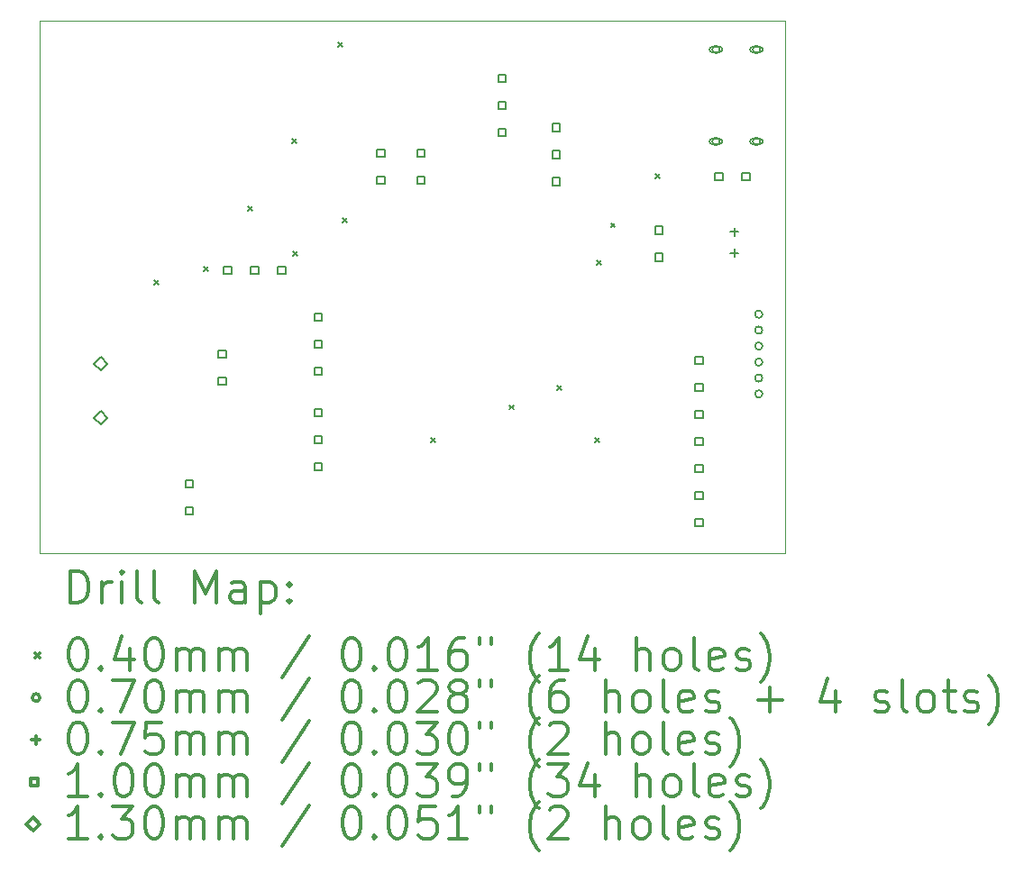
<source format=gbr>
%FSLAX45Y45*%
G04 Gerber Fmt 4.5, Leading zero omitted, Abs format (unit mm)*
G04 Created by KiCad (PCBNEW (5.1.5-0)) date 2022-02-20 15:53:13*
%MOMM*%
%LPD*%
G04 APERTURE LIST*
%TA.AperFunction,Profile*%
%ADD10C,0.050000*%
%TD*%
%ADD11C,0.200000*%
%ADD12C,0.300000*%
G04 APERTURE END LIST*
D10*
X11000000Y-10000000D02*
X11000000Y-5000000D01*
X18000000Y-10000000D02*
X11000000Y-10000000D01*
X18000000Y-5000000D02*
X18000000Y-10000000D01*
X11000000Y-5000000D02*
X18000000Y-5000000D01*
D11*
X12070000Y-7440000D02*
X12110000Y-7480000D01*
X12110000Y-7440000D02*
X12070000Y-7480000D01*
X12540000Y-7310000D02*
X12580000Y-7350000D01*
X12580000Y-7310000D02*
X12540000Y-7350000D01*
X12950000Y-6740000D02*
X12990000Y-6780000D01*
X12990000Y-6740000D02*
X12950000Y-6780000D01*
X13370000Y-6110000D02*
X13410000Y-6150000D01*
X13410000Y-6110000D02*
X13370000Y-6150000D01*
X13375015Y-7165015D02*
X13415015Y-7205015D01*
X13415015Y-7165015D02*
X13375015Y-7205015D01*
X13800000Y-5200000D02*
X13840000Y-5240000D01*
X13840000Y-5200000D02*
X13800000Y-5240000D01*
X13840000Y-6850000D02*
X13880000Y-6890000D01*
X13880000Y-6850000D02*
X13840000Y-6890000D01*
X14670000Y-8920000D02*
X14710000Y-8960000D01*
X14710000Y-8920000D02*
X14670000Y-8960000D01*
X15410000Y-8610000D02*
X15450000Y-8650000D01*
X15450000Y-8610000D02*
X15410000Y-8650000D01*
X15860000Y-8430000D02*
X15900000Y-8470000D01*
X15900000Y-8430000D02*
X15860000Y-8470000D01*
X16210000Y-8920000D02*
X16250000Y-8960000D01*
X16250000Y-8920000D02*
X16210000Y-8960000D01*
X16230000Y-7250000D02*
X16270000Y-7290000D01*
X16270000Y-7250000D02*
X16230000Y-7290000D01*
X16360000Y-6900000D02*
X16400000Y-6940000D01*
X16400000Y-6900000D02*
X16360000Y-6940000D01*
X16780000Y-6440000D02*
X16820000Y-6480000D01*
X16820000Y-6440000D02*
X16780000Y-6480000D01*
X17382500Y-5268000D02*
G75*
G03X17382500Y-5268000I-35000J0D01*
G01*
X17312450Y-5293000D02*
X17382550Y-5293000D01*
X17312450Y-5243000D02*
X17382550Y-5243000D01*
X17382550Y-5293000D02*
G75*
G03X17382550Y-5243000I0J25000D01*
G01*
X17312450Y-5243000D02*
G75*
G03X17312450Y-5293000I0J-25000D01*
G01*
X17382500Y-6132000D02*
G75*
G03X17382500Y-6132000I-35000J0D01*
G01*
X17312450Y-6157000D02*
X17382550Y-6157000D01*
X17312450Y-6107000D02*
X17382550Y-6107000D01*
X17382550Y-6157000D02*
G75*
G03X17382550Y-6107000I0J25000D01*
G01*
X17312450Y-6107000D02*
G75*
G03X17312450Y-6157000I0J-25000D01*
G01*
X17762500Y-5268000D02*
G75*
G03X17762500Y-5268000I-35000J0D01*
G01*
X17692450Y-5293000D02*
X17762550Y-5293000D01*
X17692450Y-5243000D02*
X17762550Y-5243000D01*
X17762550Y-5293000D02*
G75*
G03X17762550Y-5243000I0J25000D01*
G01*
X17692450Y-5243000D02*
G75*
G03X17692450Y-5293000I0J-25000D01*
G01*
X17762500Y-6132000D02*
G75*
G03X17762500Y-6132000I-35000J0D01*
G01*
X17692450Y-6157000D02*
X17762550Y-6157000D01*
X17692450Y-6107000D02*
X17762550Y-6107000D01*
X17762550Y-6157000D02*
G75*
G03X17762550Y-6107000I0J25000D01*
G01*
X17692450Y-6107000D02*
G75*
G03X17692450Y-6157000I0J-25000D01*
G01*
X17785000Y-7755000D02*
G75*
G03X17785000Y-7755000I-35000J0D01*
G01*
X17785000Y-7905000D02*
G75*
G03X17785000Y-7905000I-35000J0D01*
G01*
X17785000Y-8055000D02*
G75*
G03X17785000Y-8055000I-35000J0D01*
G01*
X17785000Y-8205000D02*
G75*
G03X17785000Y-8205000I-35000J0D01*
G01*
X17785000Y-8355000D02*
G75*
G03X17785000Y-8355000I-35000J0D01*
G01*
X17785000Y-8505000D02*
G75*
G03X17785000Y-8505000I-35000J0D01*
G01*
X17520000Y-6942500D02*
X17520000Y-7017500D01*
X17482500Y-6980000D02*
X17557500Y-6980000D01*
X17520000Y-7142500D02*
X17520000Y-7217500D01*
X17482500Y-7180000D02*
X17557500Y-7180000D01*
X13645356Y-7817356D02*
X13645356Y-7746644D01*
X13574644Y-7746644D01*
X13574644Y-7817356D01*
X13645356Y-7817356D01*
X13645356Y-8071356D02*
X13645356Y-8000644D01*
X13574644Y-8000644D01*
X13574644Y-8071356D01*
X13645356Y-8071356D01*
X13645356Y-8325356D02*
X13645356Y-8254644D01*
X13574644Y-8254644D01*
X13574644Y-8325356D01*
X13645356Y-8325356D01*
X14615356Y-6275356D02*
X14615356Y-6204644D01*
X14544644Y-6204644D01*
X14544644Y-6275356D01*
X14615356Y-6275356D01*
X14615356Y-6529356D02*
X14615356Y-6458644D01*
X14544644Y-6458644D01*
X14544644Y-6529356D01*
X14615356Y-6529356D01*
X16845356Y-7001356D02*
X16845356Y-6930644D01*
X16774644Y-6930644D01*
X16774644Y-7001356D01*
X16845356Y-7001356D01*
X16845356Y-7255356D02*
X16845356Y-7184644D01*
X16774644Y-7184644D01*
X16774644Y-7255356D01*
X16845356Y-7255356D01*
X17225356Y-8225356D02*
X17225356Y-8154644D01*
X17154644Y-8154644D01*
X17154644Y-8225356D01*
X17225356Y-8225356D01*
X17225356Y-8479356D02*
X17225356Y-8408644D01*
X17154644Y-8408644D01*
X17154644Y-8479356D01*
X17225356Y-8479356D01*
X17225356Y-8733356D02*
X17225356Y-8662644D01*
X17154644Y-8662644D01*
X17154644Y-8733356D01*
X17225356Y-8733356D01*
X17225356Y-8987356D02*
X17225356Y-8916644D01*
X17154644Y-8916644D01*
X17154644Y-8987356D01*
X17225356Y-8987356D01*
X17225356Y-9241356D02*
X17225356Y-9170644D01*
X17154644Y-9170644D01*
X17154644Y-9241356D01*
X17225356Y-9241356D01*
X17225356Y-9495356D02*
X17225356Y-9424644D01*
X17154644Y-9424644D01*
X17154644Y-9495356D01*
X17225356Y-9495356D01*
X17225356Y-9749356D02*
X17225356Y-9678644D01*
X17154644Y-9678644D01*
X17154644Y-9749356D01*
X17225356Y-9749356D01*
X15375356Y-5575356D02*
X15375356Y-5504644D01*
X15304644Y-5504644D01*
X15304644Y-5575356D01*
X15375356Y-5575356D01*
X15375356Y-5829356D02*
X15375356Y-5758644D01*
X15304644Y-5758644D01*
X15304644Y-5829356D01*
X15375356Y-5829356D01*
X15375356Y-6083356D02*
X15375356Y-6012644D01*
X15304644Y-6012644D01*
X15304644Y-6083356D01*
X15375356Y-6083356D01*
X13645356Y-8715356D02*
X13645356Y-8644644D01*
X13574644Y-8644644D01*
X13574644Y-8715356D01*
X13645356Y-8715356D01*
X13645356Y-8969356D02*
X13645356Y-8898644D01*
X13574644Y-8898644D01*
X13574644Y-8969356D01*
X13645356Y-8969356D01*
X13645356Y-9223356D02*
X13645356Y-9152644D01*
X13574644Y-9152644D01*
X13574644Y-9223356D01*
X13645356Y-9223356D01*
X17411356Y-6495356D02*
X17411356Y-6424644D01*
X17340644Y-6424644D01*
X17340644Y-6495356D01*
X17411356Y-6495356D01*
X17665356Y-6495356D02*
X17665356Y-6424644D01*
X17594644Y-6424644D01*
X17594644Y-6495356D01*
X17665356Y-6495356D01*
X15885356Y-6035356D02*
X15885356Y-5964644D01*
X15814644Y-5964644D01*
X15814644Y-6035356D01*
X15885356Y-6035356D01*
X15885356Y-6289356D02*
X15885356Y-6218644D01*
X15814644Y-6218644D01*
X15814644Y-6289356D01*
X15885356Y-6289356D01*
X15885356Y-6543356D02*
X15885356Y-6472644D01*
X15814644Y-6472644D01*
X15814644Y-6543356D01*
X15885356Y-6543356D01*
X14235356Y-6275356D02*
X14235356Y-6204644D01*
X14164644Y-6204644D01*
X14164644Y-6275356D01*
X14235356Y-6275356D01*
X14235356Y-6529356D02*
X14235356Y-6458644D01*
X14164644Y-6458644D01*
X14164644Y-6529356D01*
X14235356Y-6529356D01*
X12435356Y-9385356D02*
X12435356Y-9314644D01*
X12364644Y-9314644D01*
X12364644Y-9385356D01*
X12435356Y-9385356D01*
X12435356Y-9639356D02*
X12435356Y-9568644D01*
X12364644Y-9568644D01*
X12364644Y-9639356D01*
X12435356Y-9639356D01*
X12795356Y-7375356D02*
X12795356Y-7304644D01*
X12724644Y-7304644D01*
X12724644Y-7375356D01*
X12795356Y-7375356D01*
X13049356Y-7375356D02*
X13049356Y-7304644D01*
X12978644Y-7304644D01*
X12978644Y-7375356D01*
X13049356Y-7375356D01*
X13303356Y-7375356D02*
X13303356Y-7304644D01*
X13232644Y-7304644D01*
X13232644Y-7375356D01*
X13303356Y-7375356D01*
X12745356Y-8165356D02*
X12745356Y-8094644D01*
X12674644Y-8094644D01*
X12674644Y-8165356D01*
X12745356Y-8165356D01*
X12745356Y-8419356D02*
X12745356Y-8348644D01*
X12674644Y-8348644D01*
X12674644Y-8419356D01*
X12745356Y-8419356D01*
X11570000Y-8285000D02*
X11635000Y-8220000D01*
X11570000Y-8155000D01*
X11505000Y-8220000D01*
X11570000Y-8285000D01*
X11570000Y-8793000D02*
X11635000Y-8728000D01*
X11570000Y-8663000D01*
X11505000Y-8728000D01*
X11570000Y-8793000D01*
D12*
X11283928Y-10468214D02*
X11283928Y-10168214D01*
X11355357Y-10168214D01*
X11398214Y-10182500D01*
X11426786Y-10211072D01*
X11441071Y-10239643D01*
X11455357Y-10296786D01*
X11455357Y-10339643D01*
X11441071Y-10396786D01*
X11426786Y-10425357D01*
X11398214Y-10453929D01*
X11355357Y-10468214D01*
X11283928Y-10468214D01*
X11583928Y-10468214D02*
X11583928Y-10268214D01*
X11583928Y-10325357D02*
X11598214Y-10296786D01*
X11612500Y-10282500D01*
X11641071Y-10268214D01*
X11669643Y-10268214D01*
X11769643Y-10468214D02*
X11769643Y-10268214D01*
X11769643Y-10168214D02*
X11755357Y-10182500D01*
X11769643Y-10196786D01*
X11783928Y-10182500D01*
X11769643Y-10168214D01*
X11769643Y-10196786D01*
X11955357Y-10468214D02*
X11926786Y-10453929D01*
X11912500Y-10425357D01*
X11912500Y-10168214D01*
X12112500Y-10468214D02*
X12083928Y-10453929D01*
X12069643Y-10425357D01*
X12069643Y-10168214D01*
X12455357Y-10468214D02*
X12455357Y-10168214D01*
X12555357Y-10382500D01*
X12655357Y-10168214D01*
X12655357Y-10468214D01*
X12926786Y-10468214D02*
X12926786Y-10311072D01*
X12912500Y-10282500D01*
X12883928Y-10268214D01*
X12826786Y-10268214D01*
X12798214Y-10282500D01*
X12926786Y-10453929D02*
X12898214Y-10468214D01*
X12826786Y-10468214D01*
X12798214Y-10453929D01*
X12783928Y-10425357D01*
X12783928Y-10396786D01*
X12798214Y-10368214D01*
X12826786Y-10353929D01*
X12898214Y-10353929D01*
X12926786Y-10339643D01*
X13069643Y-10268214D02*
X13069643Y-10568214D01*
X13069643Y-10282500D02*
X13098214Y-10268214D01*
X13155357Y-10268214D01*
X13183928Y-10282500D01*
X13198214Y-10296786D01*
X13212500Y-10325357D01*
X13212500Y-10411072D01*
X13198214Y-10439643D01*
X13183928Y-10453929D01*
X13155357Y-10468214D01*
X13098214Y-10468214D01*
X13069643Y-10453929D01*
X13341071Y-10439643D02*
X13355357Y-10453929D01*
X13341071Y-10468214D01*
X13326786Y-10453929D01*
X13341071Y-10439643D01*
X13341071Y-10468214D01*
X13341071Y-10282500D02*
X13355357Y-10296786D01*
X13341071Y-10311072D01*
X13326786Y-10296786D01*
X13341071Y-10282500D01*
X13341071Y-10311072D01*
X10957500Y-10942500D02*
X10997500Y-10982500D01*
X10997500Y-10942500D02*
X10957500Y-10982500D01*
X11341071Y-10798214D02*
X11369643Y-10798214D01*
X11398214Y-10812500D01*
X11412500Y-10826786D01*
X11426786Y-10855357D01*
X11441071Y-10912500D01*
X11441071Y-10983929D01*
X11426786Y-11041072D01*
X11412500Y-11069643D01*
X11398214Y-11083929D01*
X11369643Y-11098214D01*
X11341071Y-11098214D01*
X11312500Y-11083929D01*
X11298214Y-11069643D01*
X11283928Y-11041072D01*
X11269643Y-10983929D01*
X11269643Y-10912500D01*
X11283928Y-10855357D01*
X11298214Y-10826786D01*
X11312500Y-10812500D01*
X11341071Y-10798214D01*
X11569643Y-11069643D02*
X11583928Y-11083929D01*
X11569643Y-11098214D01*
X11555357Y-11083929D01*
X11569643Y-11069643D01*
X11569643Y-11098214D01*
X11841071Y-10898214D02*
X11841071Y-11098214D01*
X11769643Y-10783929D02*
X11698214Y-10998214D01*
X11883928Y-10998214D01*
X12055357Y-10798214D02*
X12083928Y-10798214D01*
X12112500Y-10812500D01*
X12126786Y-10826786D01*
X12141071Y-10855357D01*
X12155357Y-10912500D01*
X12155357Y-10983929D01*
X12141071Y-11041072D01*
X12126786Y-11069643D01*
X12112500Y-11083929D01*
X12083928Y-11098214D01*
X12055357Y-11098214D01*
X12026786Y-11083929D01*
X12012500Y-11069643D01*
X11998214Y-11041072D01*
X11983928Y-10983929D01*
X11983928Y-10912500D01*
X11998214Y-10855357D01*
X12012500Y-10826786D01*
X12026786Y-10812500D01*
X12055357Y-10798214D01*
X12283928Y-11098214D02*
X12283928Y-10898214D01*
X12283928Y-10926786D02*
X12298214Y-10912500D01*
X12326786Y-10898214D01*
X12369643Y-10898214D01*
X12398214Y-10912500D01*
X12412500Y-10941072D01*
X12412500Y-11098214D01*
X12412500Y-10941072D02*
X12426786Y-10912500D01*
X12455357Y-10898214D01*
X12498214Y-10898214D01*
X12526786Y-10912500D01*
X12541071Y-10941072D01*
X12541071Y-11098214D01*
X12683928Y-11098214D02*
X12683928Y-10898214D01*
X12683928Y-10926786D02*
X12698214Y-10912500D01*
X12726786Y-10898214D01*
X12769643Y-10898214D01*
X12798214Y-10912500D01*
X12812500Y-10941072D01*
X12812500Y-11098214D01*
X12812500Y-10941072D02*
X12826786Y-10912500D01*
X12855357Y-10898214D01*
X12898214Y-10898214D01*
X12926786Y-10912500D01*
X12941071Y-10941072D01*
X12941071Y-11098214D01*
X13526786Y-10783929D02*
X13269643Y-11169643D01*
X13912500Y-10798214D02*
X13941071Y-10798214D01*
X13969643Y-10812500D01*
X13983928Y-10826786D01*
X13998214Y-10855357D01*
X14012500Y-10912500D01*
X14012500Y-10983929D01*
X13998214Y-11041072D01*
X13983928Y-11069643D01*
X13969643Y-11083929D01*
X13941071Y-11098214D01*
X13912500Y-11098214D01*
X13883928Y-11083929D01*
X13869643Y-11069643D01*
X13855357Y-11041072D01*
X13841071Y-10983929D01*
X13841071Y-10912500D01*
X13855357Y-10855357D01*
X13869643Y-10826786D01*
X13883928Y-10812500D01*
X13912500Y-10798214D01*
X14141071Y-11069643D02*
X14155357Y-11083929D01*
X14141071Y-11098214D01*
X14126786Y-11083929D01*
X14141071Y-11069643D01*
X14141071Y-11098214D01*
X14341071Y-10798214D02*
X14369643Y-10798214D01*
X14398214Y-10812500D01*
X14412500Y-10826786D01*
X14426786Y-10855357D01*
X14441071Y-10912500D01*
X14441071Y-10983929D01*
X14426786Y-11041072D01*
X14412500Y-11069643D01*
X14398214Y-11083929D01*
X14369643Y-11098214D01*
X14341071Y-11098214D01*
X14312500Y-11083929D01*
X14298214Y-11069643D01*
X14283928Y-11041072D01*
X14269643Y-10983929D01*
X14269643Y-10912500D01*
X14283928Y-10855357D01*
X14298214Y-10826786D01*
X14312500Y-10812500D01*
X14341071Y-10798214D01*
X14726786Y-11098214D02*
X14555357Y-11098214D01*
X14641071Y-11098214D02*
X14641071Y-10798214D01*
X14612500Y-10841072D01*
X14583928Y-10869643D01*
X14555357Y-10883929D01*
X14983928Y-10798214D02*
X14926786Y-10798214D01*
X14898214Y-10812500D01*
X14883928Y-10826786D01*
X14855357Y-10869643D01*
X14841071Y-10926786D01*
X14841071Y-11041072D01*
X14855357Y-11069643D01*
X14869643Y-11083929D01*
X14898214Y-11098214D01*
X14955357Y-11098214D01*
X14983928Y-11083929D01*
X14998214Y-11069643D01*
X15012500Y-11041072D01*
X15012500Y-10969643D01*
X14998214Y-10941072D01*
X14983928Y-10926786D01*
X14955357Y-10912500D01*
X14898214Y-10912500D01*
X14869643Y-10926786D01*
X14855357Y-10941072D01*
X14841071Y-10969643D01*
X15126786Y-10798214D02*
X15126786Y-10855357D01*
X15241071Y-10798214D02*
X15241071Y-10855357D01*
X15683928Y-11212500D02*
X15669643Y-11198214D01*
X15641071Y-11155357D01*
X15626786Y-11126786D01*
X15612500Y-11083929D01*
X15598214Y-11012500D01*
X15598214Y-10955357D01*
X15612500Y-10883929D01*
X15626786Y-10841072D01*
X15641071Y-10812500D01*
X15669643Y-10769643D01*
X15683928Y-10755357D01*
X15955357Y-11098214D02*
X15783928Y-11098214D01*
X15869643Y-11098214D02*
X15869643Y-10798214D01*
X15841071Y-10841072D01*
X15812500Y-10869643D01*
X15783928Y-10883929D01*
X16212500Y-10898214D02*
X16212500Y-11098214D01*
X16141071Y-10783929D02*
X16069643Y-10998214D01*
X16255357Y-10998214D01*
X16598214Y-11098214D02*
X16598214Y-10798214D01*
X16726786Y-11098214D02*
X16726786Y-10941072D01*
X16712500Y-10912500D01*
X16683928Y-10898214D01*
X16641071Y-10898214D01*
X16612500Y-10912500D01*
X16598214Y-10926786D01*
X16912500Y-11098214D02*
X16883928Y-11083929D01*
X16869643Y-11069643D01*
X16855357Y-11041072D01*
X16855357Y-10955357D01*
X16869643Y-10926786D01*
X16883928Y-10912500D01*
X16912500Y-10898214D01*
X16955357Y-10898214D01*
X16983928Y-10912500D01*
X16998214Y-10926786D01*
X17012500Y-10955357D01*
X17012500Y-11041072D01*
X16998214Y-11069643D01*
X16983928Y-11083929D01*
X16955357Y-11098214D01*
X16912500Y-11098214D01*
X17183928Y-11098214D02*
X17155357Y-11083929D01*
X17141071Y-11055357D01*
X17141071Y-10798214D01*
X17412500Y-11083929D02*
X17383928Y-11098214D01*
X17326786Y-11098214D01*
X17298214Y-11083929D01*
X17283928Y-11055357D01*
X17283928Y-10941072D01*
X17298214Y-10912500D01*
X17326786Y-10898214D01*
X17383928Y-10898214D01*
X17412500Y-10912500D01*
X17426786Y-10941072D01*
X17426786Y-10969643D01*
X17283928Y-10998214D01*
X17541071Y-11083929D02*
X17569643Y-11098214D01*
X17626786Y-11098214D01*
X17655357Y-11083929D01*
X17669643Y-11055357D01*
X17669643Y-11041072D01*
X17655357Y-11012500D01*
X17626786Y-10998214D01*
X17583928Y-10998214D01*
X17555357Y-10983929D01*
X17541071Y-10955357D01*
X17541071Y-10941072D01*
X17555357Y-10912500D01*
X17583928Y-10898214D01*
X17626786Y-10898214D01*
X17655357Y-10912500D01*
X17769643Y-11212500D02*
X17783928Y-11198214D01*
X17812500Y-11155357D01*
X17826786Y-11126786D01*
X17841071Y-11083929D01*
X17855357Y-11012500D01*
X17855357Y-10955357D01*
X17841071Y-10883929D01*
X17826786Y-10841072D01*
X17812500Y-10812500D01*
X17783928Y-10769643D01*
X17769643Y-10755357D01*
X10997500Y-11358500D02*
G75*
G03X10997500Y-11358500I-35000J0D01*
G01*
X11341071Y-11194214D02*
X11369643Y-11194214D01*
X11398214Y-11208500D01*
X11412500Y-11222786D01*
X11426786Y-11251357D01*
X11441071Y-11308500D01*
X11441071Y-11379929D01*
X11426786Y-11437071D01*
X11412500Y-11465643D01*
X11398214Y-11479929D01*
X11369643Y-11494214D01*
X11341071Y-11494214D01*
X11312500Y-11479929D01*
X11298214Y-11465643D01*
X11283928Y-11437071D01*
X11269643Y-11379929D01*
X11269643Y-11308500D01*
X11283928Y-11251357D01*
X11298214Y-11222786D01*
X11312500Y-11208500D01*
X11341071Y-11194214D01*
X11569643Y-11465643D02*
X11583928Y-11479929D01*
X11569643Y-11494214D01*
X11555357Y-11479929D01*
X11569643Y-11465643D01*
X11569643Y-11494214D01*
X11683928Y-11194214D02*
X11883928Y-11194214D01*
X11755357Y-11494214D01*
X12055357Y-11194214D02*
X12083928Y-11194214D01*
X12112500Y-11208500D01*
X12126786Y-11222786D01*
X12141071Y-11251357D01*
X12155357Y-11308500D01*
X12155357Y-11379929D01*
X12141071Y-11437071D01*
X12126786Y-11465643D01*
X12112500Y-11479929D01*
X12083928Y-11494214D01*
X12055357Y-11494214D01*
X12026786Y-11479929D01*
X12012500Y-11465643D01*
X11998214Y-11437071D01*
X11983928Y-11379929D01*
X11983928Y-11308500D01*
X11998214Y-11251357D01*
X12012500Y-11222786D01*
X12026786Y-11208500D01*
X12055357Y-11194214D01*
X12283928Y-11494214D02*
X12283928Y-11294214D01*
X12283928Y-11322786D02*
X12298214Y-11308500D01*
X12326786Y-11294214D01*
X12369643Y-11294214D01*
X12398214Y-11308500D01*
X12412500Y-11337071D01*
X12412500Y-11494214D01*
X12412500Y-11337071D02*
X12426786Y-11308500D01*
X12455357Y-11294214D01*
X12498214Y-11294214D01*
X12526786Y-11308500D01*
X12541071Y-11337071D01*
X12541071Y-11494214D01*
X12683928Y-11494214D02*
X12683928Y-11294214D01*
X12683928Y-11322786D02*
X12698214Y-11308500D01*
X12726786Y-11294214D01*
X12769643Y-11294214D01*
X12798214Y-11308500D01*
X12812500Y-11337071D01*
X12812500Y-11494214D01*
X12812500Y-11337071D02*
X12826786Y-11308500D01*
X12855357Y-11294214D01*
X12898214Y-11294214D01*
X12926786Y-11308500D01*
X12941071Y-11337071D01*
X12941071Y-11494214D01*
X13526786Y-11179929D02*
X13269643Y-11565643D01*
X13912500Y-11194214D02*
X13941071Y-11194214D01*
X13969643Y-11208500D01*
X13983928Y-11222786D01*
X13998214Y-11251357D01*
X14012500Y-11308500D01*
X14012500Y-11379929D01*
X13998214Y-11437071D01*
X13983928Y-11465643D01*
X13969643Y-11479929D01*
X13941071Y-11494214D01*
X13912500Y-11494214D01*
X13883928Y-11479929D01*
X13869643Y-11465643D01*
X13855357Y-11437071D01*
X13841071Y-11379929D01*
X13841071Y-11308500D01*
X13855357Y-11251357D01*
X13869643Y-11222786D01*
X13883928Y-11208500D01*
X13912500Y-11194214D01*
X14141071Y-11465643D02*
X14155357Y-11479929D01*
X14141071Y-11494214D01*
X14126786Y-11479929D01*
X14141071Y-11465643D01*
X14141071Y-11494214D01*
X14341071Y-11194214D02*
X14369643Y-11194214D01*
X14398214Y-11208500D01*
X14412500Y-11222786D01*
X14426786Y-11251357D01*
X14441071Y-11308500D01*
X14441071Y-11379929D01*
X14426786Y-11437071D01*
X14412500Y-11465643D01*
X14398214Y-11479929D01*
X14369643Y-11494214D01*
X14341071Y-11494214D01*
X14312500Y-11479929D01*
X14298214Y-11465643D01*
X14283928Y-11437071D01*
X14269643Y-11379929D01*
X14269643Y-11308500D01*
X14283928Y-11251357D01*
X14298214Y-11222786D01*
X14312500Y-11208500D01*
X14341071Y-11194214D01*
X14555357Y-11222786D02*
X14569643Y-11208500D01*
X14598214Y-11194214D01*
X14669643Y-11194214D01*
X14698214Y-11208500D01*
X14712500Y-11222786D01*
X14726786Y-11251357D01*
X14726786Y-11279929D01*
X14712500Y-11322786D01*
X14541071Y-11494214D01*
X14726786Y-11494214D01*
X14898214Y-11322786D02*
X14869643Y-11308500D01*
X14855357Y-11294214D01*
X14841071Y-11265643D01*
X14841071Y-11251357D01*
X14855357Y-11222786D01*
X14869643Y-11208500D01*
X14898214Y-11194214D01*
X14955357Y-11194214D01*
X14983928Y-11208500D01*
X14998214Y-11222786D01*
X15012500Y-11251357D01*
X15012500Y-11265643D01*
X14998214Y-11294214D01*
X14983928Y-11308500D01*
X14955357Y-11322786D01*
X14898214Y-11322786D01*
X14869643Y-11337071D01*
X14855357Y-11351357D01*
X14841071Y-11379929D01*
X14841071Y-11437071D01*
X14855357Y-11465643D01*
X14869643Y-11479929D01*
X14898214Y-11494214D01*
X14955357Y-11494214D01*
X14983928Y-11479929D01*
X14998214Y-11465643D01*
X15012500Y-11437071D01*
X15012500Y-11379929D01*
X14998214Y-11351357D01*
X14983928Y-11337071D01*
X14955357Y-11322786D01*
X15126786Y-11194214D02*
X15126786Y-11251357D01*
X15241071Y-11194214D02*
X15241071Y-11251357D01*
X15683928Y-11608500D02*
X15669643Y-11594214D01*
X15641071Y-11551357D01*
X15626786Y-11522786D01*
X15612500Y-11479929D01*
X15598214Y-11408500D01*
X15598214Y-11351357D01*
X15612500Y-11279929D01*
X15626786Y-11237071D01*
X15641071Y-11208500D01*
X15669643Y-11165643D01*
X15683928Y-11151357D01*
X15926786Y-11194214D02*
X15869643Y-11194214D01*
X15841071Y-11208500D01*
X15826786Y-11222786D01*
X15798214Y-11265643D01*
X15783928Y-11322786D01*
X15783928Y-11437071D01*
X15798214Y-11465643D01*
X15812500Y-11479929D01*
X15841071Y-11494214D01*
X15898214Y-11494214D01*
X15926786Y-11479929D01*
X15941071Y-11465643D01*
X15955357Y-11437071D01*
X15955357Y-11365643D01*
X15941071Y-11337071D01*
X15926786Y-11322786D01*
X15898214Y-11308500D01*
X15841071Y-11308500D01*
X15812500Y-11322786D01*
X15798214Y-11337071D01*
X15783928Y-11365643D01*
X16312500Y-11494214D02*
X16312500Y-11194214D01*
X16441071Y-11494214D02*
X16441071Y-11337071D01*
X16426786Y-11308500D01*
X16398214Y-11294214D01*
X16355357Y-11294214D01*
X16326786Y-11308500D01*
X16312500Y-11322786D01*
X16626786Y-11494214D02*
X16598214Y-11479929D01*
X16583928Y-11465643D01*
X16569643Y-11437071D01*
X16569643Y-11351357D01*
X16583928Y-11322786D01*
X16598214Y-11308500D01*
X16626786Y-11294214D01*
X16669643Y-11294214D01*
X16698214Y-11308500D01*
X16712500Y-11322786D01*
X16726786Y-11351357D01*
X16726786Y-11437071D01*
X16712500Y-11465643D01*
X16698214Y-11479929D01*
X16669643Y-11494214D01*
X16626786Y-11494214D01*
X16898214Y-11494214D02*
X16869643Y-11479929D01*
X16855357Y-11451357D01*
X16855357Y-11194214D01*
X17126786Y-11479929D02*
X17098214Y-11494214D01*
X17041071Y-11494214D01*
X17012500Y-11479929D01*
X16998214Y-11451357D01*
X16998214Y-11337071D01*
X17012500Y-11308500D01*
X17041071Y-11294214D01*
X17098214Y-11294214D01*
X17126786Y-11308500D01*
X17141071Y-11337071D01*
X17141071Y-11365643D01*
X16998214Y-11394214D01*
X17255357Y-11479929D02*
X17283928Y-11494214D01*
X17341071Y-11494214D01*
X17369643Y-11479929D01*
X17383928Y-11451357D01*
X17383928Y-11437071D01*
X17369643Y-11408500D01*
X17341071Y-11394214D01*
X17298214Y-11394214D01*
X17269643Y-11379929D01*
X17255357Y-11351357D01*
X17255357Y-11337071D01*
X17269643Y-11308500D01*
X17298214Y-11294214D01*
X17341071Y-11294214D01*
X17369643Y-11308500D01*
X17741071Y-11379929D02*
X17969643Y-11379929D01*
X17855357Y-11494214D02*
X17855357Y-11265643D01*
X18469643Y-11294214D02*
X18469643Y-11494214D01*
X18398214Y-11179929D02*
X18326786Y-11394214D01*
X18512500Y-11394214D01*
X18841071Y-11479929D02*
X18869643Y-11494214D01*
X18926786Y-11494214D01*
X18955357Y-11479929D01*
X18969643Y-11451357D01*
X18969643Y-11437071D01*
X18955357Y-11408500D01*
X18926786Y-11394214D01*
X18883928Y-11394214D01*
X18855357Y-11379929D01*
X18841071Y-11351357D01*
X18841071Y-11337071D01*
X18855357Y-11308500D01*
X18883928Y-11294214D01*
X18926786Y-11294214D01*
X18955357Y-11308500D01*
X19141071Y-11494214D02*
X19112500Y-11479929D01*
X19098214Y-11451357D01*
X19098214Y-11194214D01*
X19298214Y-11494214D02*
X19269643Y-11479929D01*
X19255357Y-11465643D01*
X19241071Y-11437071D01*
X19241071Y-11351357D01*
X19255357Y-11322786D01*
X19269643Y-11308500D01*
X19298214Y-11294214D01*
X19341071Y-11294214D01*
X19369643Y-11308500D01*
X19383928Y-11322786D01*
X19398214Y-11351357D01*
X19398214Y-11437071D01*
X19383928Y-11465643D01*
X19369643Y-11479929D01*
X19341071Y-11494214D01*
X19298214Y-11494214D01*
X19483928Y-11294214D02*
X19598214Y-11294214D01*
X19526786Y-11194214D02*
X19526786Y-11451357D01*
X19541071Y-11479929D01*
X19569643Y-11494214D01*
X19598214Y-11494214D01*
X19683928Y-11479929D02*
X19712500Y-11494214D01*
X19769643Y-11494214D01*
X19798214Y-11479929D01*
X19812500Y-11451357D01*
X19812500Y-11437071D01*
X19798214Y-11408500D01*
X19769643Y-11394214D01*
X19726786Y-11394214D01*
X19698214Y-11379929D01*
X19683928Y-11351357D01*
X19683928Y-11337071D01*
X19698214Y-11308500D01*
X19726786Y-11294214D01*
X19769643Y-11294214D01*
X19798214Y-11308500D01*
X19912500Y-11608500D02*
X19926786Y-11594214D01*
X19955357Y-11551357D01*
X19969643Y-11522786D01*
X19983928Y-11479929D01*
X19998214Y-11408500D01*
X19998214Y-11351357D01*
X19983928Y-11279929D01*
X19969643Y-11237071D01*
X19955357Y-11208500D01*
X19926786Y-11165643D01*
X19912500Y-11151357D01*
X10960000Y-11717000D02*
X10960000Y-11792000D01*
X10922500Y-11754500D02*
X10997500Y-11754500D01*
X11341071Y-11590214D02*
X11369643Y-11590214D01*
X11398214Y-11604500D01*
X11412500Y-11618786D01*
X11426786Y-11647357D01*
X11441071Y-11704500D01*
X11441071Y-11775929D01*
X11426786Y-11833071D01*
X11412500Y-11861643D01*
X11398214Y-11875929D01*
X11369643Y-11890214D01*
X11341071Y-11890214D01*
X11312500Y-11875929D01*
X11298214Y-11861643D01*
X11283928Y-11833071D01*
X11269643Y-11775929D01*
X11269643Y-11704500D01*
X11283928Y-11647357D01*
X11298214Y-11618786D01*
X11312500Y-11604500D01*
X11341071Y-11590214D01*
X11569643Y-11861643D02*
X11583928Y-11875929D01*
X11569643Y-11890214D01*
X11555357Y-11875929D01*
X11569643Y-11861643D01*
X11569643Y-11890214D01*
X11683928Y-11590214D02*
X11883928Y-11590214D01*
X11755357Y-11890214D01*
X12141071Y-11590214D02*
X11998214Y-11590214D01*
X11983928Y-11733071D01*
X11998214Y-11718786D01*
X12026786Y-11704500D01*
X12098214Y-11704500D01*
X12126786Y-11718786D01*
X12141071Y-11733071D01*
X12155357Y-11761643D01*
X12155357Y-11833071D01*
X12141071Y-11861643D01*
X12126786Y-11875929D01*
X12098214Y-11890214D01*
X12026786Y-11890214D01*
X11998214Y-11875929D01*
X11983928Y-11861643D01*
X12283928Y-11890214D02*
X12283928Y-11690214D01*
X12283928Y-11718786D02*
X12298214Y-11704500D01*
X12326786Y-11690214D01*
X12369643Y-11690214D01*
X12398214Y-11704500D01*
X12412500Y-11733071D01*
X12412500Y-11890214D01*
X12412500Y-11733071D02*
X12426786Y-11704500D01*
X12455357Y-11690214D01*
X12498214Y-11690214D01*
X12526786Y-11704500D01*
X12541071Y-11733071D01*
X12541071Y-11890214D01*
X12683928Y-11890214D02*
X12683928Y-11690214D01*
X12683928Y-11718786D02*
X12698214Y-11704500D01*
X12726786Y-11690214D01*
X12769643Y-11690214D01*
X12798214Y-11704500D01*
X12812500Y-11733071D01*
X12812500Y-11890214D01*
X12812500Y-11733071D02*
X12826786Y-11704500D01*
X12855357Y-11690214D01*
X12898214Y-11690214D01*
X12926786Y-11704500D01*
X12941071Y-11733071D01*
X12941071Y-11890214D01*
X13526786Y-11575929D02*
X13269643Y-11961643D01*
X13912500Y-11590214D02*
X13941071Y-11590214D01*
X13969643Y-11604500D01*
X13983928Y-11618786D01*
X13998214Y-11647357D01*
X14012500Y-11704500D01*
X14012500Y-11775929D01*
X13998214Y-11833071D01*
X13983928Y-11861643D01*
X13969643Y-11875929D01*
X13941071Y-11890214D01*
X13912500Y-11890214D01*
X13883928Y-11875929D01*
X13869643Y-11861643D01*
X13855357Y-11833071D01*
X13841071Y-11775929D01*
X13841071Y-11704500D01*
X13855357Y-11647357D01*
X13869643Y-11618786D01*
X13883928Y-11604500D01*
X13912500Y-11590214D01*
X14141071Y-11861643D02*
X14155357Y-11875929D01*
X14141071Y-11890214D01*
X14126786Y-11875929D01*
X14141071Y-11861643D01*
X14141071Y-11890214D01*
X14341071Y-11590214D02*
X14369643Y-11590214D01*
X14398214Y-11604500D01*
X14412500Y-11618786D01*
X14426786Y-11647357D01*
X14441071Y-11704500D01*
X14441071Y-11775929D01*
X14426786Y-11833071D01*
X14412500Y-11861643D01*
X14398214Y-11875929D01*
X14369643Y-11890214D01*
X14341071Y-11890214D01*
X14312500Y-11875929D01*
X14298214Y-11861643D01*
X14283928Y-11833071D01*
X14269643Y-11775929D01*
X14269643Y-11704500D01*
X14283928Y-11647357D01*
X14298214Y-11618786D01*
X14312500Y-11604500D01*
X14341071Y-11590214D01*
X14541071Y-11590214D02*
X14726786Y-11590214D01*
X14626786Y-11704500D01*
X14669643Y-11704500D01*
X14698214Y-11718786D01*
X14712500Y-11733071D01*
X14726786Y-11761643D01*
X14726786Y-11833071D01*
X14712500Y-11861643D01*
X14698214Y-11875929D01*
X14669643Y-11890214D01*
X14583928Y-11890214D01*
X14555357Y-11875929D01*
X14541071Y-11861643D01*
X14912500Y-11590214D02*
X14941071Y-11590214D01*
X14969643Y-11604500D01*
X14983928Y-11618786D01*
X14998214Y-11647357D01*
X15012500Y-11704500D01*
X15012500Y-11775929D01*
X14998214Y-11833071D01*
X14983928Y-11861643D01*
X14969643Y-11875929D01*
X14941071Y-11890214D01*
X14912500Y-11890214D01*
X14883928Y-11875929D01*
X14869643Y-11861643D01*
X14855357Y-11833071D01*
X14841071Y-11775929D01*
X14841071Y-11704500D01*
X14855357Y-11647357D01*
X14869643Y-11618786D01*
X14883928Y-11604500D01*
X14912500Y-11590214D01*
X15126786Y-11590214D02*
X15126786Y-11647357D01*
X15241071Y-11590214D02*
X15241071Y-11647357D01*
X15683928Y-12004500D02*
X15669643Y-11990214D01*
X15641071Y-11947357D01*
X15626786Y-11918786D01*
X15612500Y-11875929D01*
X15598214Y-11804500D01*
X15598214Y-11747357D01*
X15612500Y-11675929D01*
X15626786Y-11633071D01*
X15641071Y-11604500D01*
X15669643Y-11561643D01*
X15683928Y-11547357D01*
X15783928Y-11618786D02*
X15798214Y-11604500D01*
X15826786Y-11590214D01*
X15898214Y-11590214D01*
X15926786Y-11604500D01*
X15941071Y-11618786D01*
X15955357Y-11647357D01*
X15955357Y-11675929D01*
X15941071Y-11718786D01*
X15769643Y-11890214D01*
X15955357Y-11890214D01*
X16312500Y-11890214D02*
X16312500Y-11590214D01*
X16441071Y-11890214D02*
X16441071Y-11733071D01*
X16426786Y-11704500D01*
X16398214Y-11690214D01*
X16355357Y-11690214D01*
X16326786Y-11704500D01*
X16312500Y-11718786D01*
X16626786Y-11890214D02*
X16598214Y-11875929D01*
X16583928Y-11861643D01*
X16569643Y-11833071D01*
X16569643Y-11747357D01*
X16583928Y-11718786D01*
X16598214Y-11704500D01*
X16626786Y-11690214D01*
X16669643Y-11690214D01*
X16698214Y-11704500D01*
X16712500Y-11718786D01*
X16726786Y-11747357D01*
X16726786Y-11833071D01*
X16712500Y-11861643D01*
X16698214Y-11875929D01*
X16669643Y-11890214D01*
X16626786Y-11890214D01*
X16898214Y-11890214D02*
X16869643Y-11875929D01*
X16855357Y-11847357D01*
X16855357Y-11590214D01*
X17126786Y-11875929D02*
X17098214Y-11890214D01*
X17041071Y-11890214D01*
X17012500Y-11875929D01*
X16998214Y-11847357D01*
X16998214Y-11733071D01*
X17012500Y-11704500D01*
X17041071Y-11690214D01*
X17098214Y-11690214D01*
X17126786Y-11704500D01*
X17141071Y-11733071D01*
X17141071Y-11761643D01*
X16998214Y-11790214D01*
X17255357Y-11875929D02*
X17283928Y-11890214D01*
X17341071Y-11890214D01*
X17369643Y-11875929D01*
X17383928Y-11847357D01*
X17383928Y-11833071D01*
X17369643Y-11804500D01*
X17341071Y-11790214D01*
X17298214Y-11790214D01*
X17269643Y-11775929D01*
X17255357Y-11747357D01*
X17255357Y-11733071D01*
X17269643Y-11704500D01*
X17298214Y-11690214D01*
X17341071Y-11690214D01*
X17369643Y-11704500D01*
X17483928Y-12004500D02*
X17498214Y-11990214D01*
X17526786Y-11947357D01*
X17541071Y-11918786D01*
X17555357Y-11875929D01*
X17569643Y-11804500D01*
X17569643Y-11747357D01*
X17555357Y-11675929D01*
X17541071Y-11633071D01*
X17526786Y-11604500D01*
X17498214Y-11561643D01*
X17483928Y-11547357D01*
X10982856Y-12185856D02*
X10982856Y-12115144D01*
X10912144Y-12115144D01*
X10912144Y-12185856D01*
X10982856Y-12185856D01*
X11441071Y-12286214D02*
X11269643Y-12286214D01*
X11355357Y-12286214D02*
X11355357Y-11986214D01*
X11326786Y-12029071D01*
X11298214Y-12057643D01*
X11269643Y-12071929D01*
X11569643Y-12257643D02*
X11583928Y-12271929D01*
X11569643Y-12286214D01*
X11555357Y-12271929D01*
X11569643Y-12257643D01*
X11569643Y-12286214D01*
X11769643Y-11986214D02*
X11798214Y-11986214D01*
X11826786Y-12000500D01*
X11841071Y-12014786D01*
X11855357Y-12043357D01*
X11869643Y-12100500D01*
X11869643Y-12171929D01*
X11855357Y-12229071D01*
X11841071Y-12257643D01*
X11826786Y-12271929D01*
X11798214Y-12286214D01*
X11769643Y-12286214D01*
X11741071Y-12271929D01*
X11726786Y-12257643D01*
X11712500Y-12229071D01*
X11698214Y-12171929D01*
X11698214Y-12100500D01*
X11712500Y-12043357D01*
X11726786Y-12014786D01*
X11741071Y-12000500D01*
X11769643Y-11986214D01*
X12055357Y-11986214D02*
X12083928Y-11986214D01*
X12112500Y-12000500D01*
X12126786Y-12014786D01*
X12141071Y-12043357D01*
X12155357Y-12100500D01*
X12155357Y-12171929D01*
X12141071Y-12229071D01*
X12126786Y-12257643D01*
X12112500Y-12271929D01*
X12083928Y-12286214D01*
X12055357Y-12286214D01*
X12026786Y-12271929D01*
X12012500Y-12257643D01*
X11998214Y-12229071D01*
X11983928Y-12171929D01*
X11983928Y-12100500D01*
X11998214Y-12043357D01*
X12012500Y-12014786D01*
X12026786Y-12000500D01*
X12055357Y-11986214D01*
X12283928Y-12286214D02*
X12283928Y-12086214D01*
X12283928Y-12114786D02*
X12298214Y-12100500D01*
X12326786Y-12086214D01*
X12369643Y-12086214D01*
X12398214Y-12100500D01*
X12412500Y-12129071D01*
X12412500Y-12286214D01*
X12412500Y-12129071D02*
X12426786Y-12100500D01*
X12455357Y-12086214D01*
X12498214Y-12086214D01*
X12526786Y-12100500D01*
X12541071Y-12129071D01*
X12541071Y-12286214D01*
X12683928Y-12286214D02*
X12683928Y-12086214D01*
X12683928Y-12114786D02*
X12698214Y-12100500D01*
X12726786Y-12086214D01*
X12769643Y-12086214D01*
X12798214Y-12100500D01*
X12812500Y-12129071D01*
X12812500Y-12286214D01*
X12812500Y-12129071D02*
X12826786Y-12100500D01*
X12855357Y-12086214D01*
X12898214Y-12086214D01*
X12926786Y-12100500D01*
X12941071Y-12129071D01*
X12941071Y-12286214D01*
X13526786Y-11971929D02*
X13269643Y-12357643D01*
X13912500Y-11986214D02*
X13941071Y-11986214D01*
X13969643Y-12000500D01*
X13983928Y-12014786D01*
X13998214Y-12043357D01*
X14012500Y-12100500D01*
X14012500Y-12171929D01*
X13998214Y-12229071D01*
X13983928Y-12257643D01*
X13969643Y-12271929D01*
X13941071Y-12286214D01*
X13912500Y-12286214D01*
X13883928Y-12271929D01*
X13869643Y-12257643D01*
X13855357Y-12229071D01*
X13841071Y-12171929D01*
X13841071Y-12100500D01*
X13855357Y-12043357D01*
X13869643Y-12014786D01*
X13883928Y-12000500D01*
X13912500Y-11986214D01*
X14141071Y-12257643D02*
X14155357Y-12271929D01*
X14141071Y-12286214D01*
X14126786Y-12271929D01*
X14141071Y-12257643D01*
X14141071Y-12286214D01*
X14341071Y-11986214D02*
X14369643Y-11986214D01*
X14398214Y-12000500D01*
X14412500Y-12014786D01*
X14426786Y-12043357D01*
X14441071Y-12100500D01*
X14441071Y-12171929D01*
X14426786Y-12229071D01*
X14412500Y-12257643D01*
X14398214Y-12271929D01*
X14369643Y-12286214D01*
X14341071Y-12286214D01*
X14312500Y-12271929D01*
X14298214Y-12257643D01*
X14283928Y-12229071D01*
X14269643Y-12171929D01*
X14269643Y-12100500D01*
X14283928Y-12043357D01*
X14298214Y-12014786D01*
X14312500Y-12000500D01*
X14341071Y-11986214D01*
X14541071Y-11986214D02*
X14726786Y-11986214D01*
X14626786Y-12100500D01*
X14669643Y-12100500D01*
X14698214Y-12114786D01*
X14712500Y-12129071D01*
X14726786Y-12157643D01*
X14726786Y-12229071D01*
X14712500Y-12257643D01*
X14698214Y-12271929D01*
X14669643Y-12286214D01*
X14583928Y-12286214D01*
X14555357Y-12271929D01*
X14541071Y-12257643D01*
X14869643Y-12286214D02*
X14926786Y-12286214D01*
X14955357Y-12271929D01*
X14969643Y-12257643D01*
X14998214Y-12214786D01*
X15012500Y-12157643D01*
X15012500Y-12043357D01*
X14998214Y-12014786D01*
X14983928Y-12000500D01*
X14955357Y-11986214D01*
X14898214Y-11986214D01*
X14869643Y-12000500D01*
X14855357Y-12014786D01*
X14841071Y-12043357D01*
X14841071Y-12114786D01*
X14855357Y-12143357D01*
X14869643Y-12157643D01*
X14898214Y-12171929D01*
X14955357Y-12171929D01*
X14983928Y-12157643D01*
X14998214Y-12143357D01*
X15012500Y-12114786D01*
X15126786Y-11986214D02*
X15126786Y-12043357D01*
X15241071Y-11986214D02*
X15241071Y-12043357D01*
X15683928Y-12400500D02*
X15669643Y-12386214D01*
X15641071Y-12343357D01*
X15626786Y-12314786D01*
X15612500Y-12271929D01*
X15598214Y-12200500D01*
X15598214Y-12143357D01*
X15612500Y-12071929D01*
X15626786Y-12029071D01*
X15641071Y-12000500D01*
X15669643Y-11957643D01*
X15683928Y-11943357D01*
X15769643Y-11986214D02*
X15955357Y-11986214D01*
X15855357Y-12100500D01*
X15898214Y-12100500D01*
X15926786Y-12114786D01*
X15941071Y-12129071D01*
X15955357Y-12157643D01*
X15955357Y-12229071D01*
X15941071Y-12257643D01*
X15926786Y-12271929D01*
X15898214Y-12286214D01*
X15812500Y-12286214D01*
X15783928Y-12271929D01*
X15769643Y-12257643D01*
X16212500Y-12086214D02*
X16212500Y-12286214D01*
X16141071Y-11971929D02*
X16069643Y-12186214D01*
X16255357Y-12186214D01*
X16598214Y-12286214D02*
X16598214Y-11986214D01*
X16726786Y-12286214D02*
X16726786Y-12129071D01*
X16712500Y-12100500D01*
X16683928Y-12086214D01*
X16641071Y-12086214D01*
X16612500Y-12100500D01*
X16598214Y-12114786D01*
X16912500Y-12286214D02*
X16883928Y-12271929D01*
X16869643Y-12257643D01*
X16855357Y-12229071D01*
X16855357Y-12143357D01*
X16869643Y-12114786D01*
X16883928Y-12100500D01*
X16912500Y-12086214D01*
X16955357Y-12086214D01*
X16983928Y-12100500D01*
X16998214Y-12114786D01*
X17012500Y-12143357D01*
X17012500Y-12229071D01*
X16998214Y-12257643D01*
X16983928Y-12271929D01*
X16955357Y-12286214D01*
X16912500Y-12286214D01*
X17183928Y-12286214D02*
X17155357Y-12271929D01*
X17141071Y-12243357D01*
X17141071Y-11986214D01*
X17412500Y-12271929D02*
X17383928Y-12286214D01*
X17326786Y-12286214D01*
X17298214Y-12271929D01*
X17283928Y-12243357D01*
X17283928Y-12129071D01*
X17298214Y-12100500D01*
X17326786Y-12086214D01*
X17383928Y-12086214D01*
X17412500Y-12100500D01*
X17426786Y-12129071D01*
X17426786Y-12157643D01*
X17283928Y-12186214D01*
X17541071Y-12271929D02*
X17569643Y-12286214D01*
X17626786Y-12286214D01*
X17655357Y-12271929D01*
X17669643Y-12243357D01*
X17669643Y-12229071D01*
X17655357Y-12200500D01*
X17626786Y-12186214D01*
X17583928Y-12186214D01*
X17555357Y-12171929D01*
X17541071Y-12143357D01*
X17541071Y-12129071D01*
X17555357Y-12100500D01*
X17583928Y-12086214D01*
X17626786Y-12086214D01*
X17655357Y-12100500D01*
X17769643Y-12400500D02*
X17783928Y-12386214D01*
X17812500Y-12343357D01*
X17826786Y-12314786D01*
X17841071Y-12271929D01*
X17855357Y-12200500D01*
X17855357Y-12143357D01*
X17841071Y-12071929D01*
X17826786Y-12029071D01*
X17812500Y-12000500D01*
X17783928Y-11957643D01*
X17769643Y-11943357D01*
X10932500Y-12611500D02*
X10997500Y-12546500D01*
X10932500Y-12481500D01*
X10867500Y-12546500D01*
X10932500Y-12611500D01*
X11441071Y-12682214D02*
X11269643Y-12682214D01*
X11355357Y-12682214D02*
X11355357Y-12382214D01*
X11326786Y-12425071D01*
X11298214Y-12453643D01*
X11269643Y-12467929D01*
X11569643Y-12653643D02*
X11583928Y-12667929D01*
X11569643Y-12682214D01*
X11555357Y-12667929D01*
X11569643Y-12653643D01*
X11569643Y-12682214D01*
X11683928Y-12382214D02*
X11869643Y-12382214D01*
X11769643Y-12496500D01*
X11812500Y-12496500D01*
X11841071Y-12510786D01*
X11855357Y-12525071D01*
X11869643Y-12553643D01*
X11869643Y-12625071D01*
X11855357Y-12653643D01*
X11841071Y-12667929D01*
X11812500Y-12682214D01*
X11726786Y-12682214D01*
X11698214Y-12667929D01*
X11683928Y-12653643D01*
X12055357Y-12382214D02*
X12083928Y-12382214D01*
X12112500Y-12396500D01*
X12126786Y-12410786D01*
X12141071Y-12439357D01*
X12155357Y-12496500D01*
X12155357Y-12567929D01*
X12141071Y-12625071D01*
X12126786Y-12653643D01*
X12112500Y-12667929D01*
X12083928Y-12682214D01*
X12055357Y-12682214D01*
X12026786Y-12667929D01*
X12012500Y-12653643D01*
X11998214Y-12625071D01*
X11983928Y-12567929D01*
X11983928Y-12496500D01*
X11998214Y-12439357D01*
X12012500Y-12410786D01*
X12026786Y-12396500D01*
X12055357Y-12382214D01*
X12283928Y-12682214D02*
X12283928Y-12482214D01*
X12283928Y-12510786D02*
X12298214Y-12496500D01*
X12326786Y-12482214D01*
X12369643Y-12482214D01*
X12398214Y-12496500D01*
X12412500Y-12525071D01*
X12412500Y-12682214D01*
X12412500Y-12525071D02*
X12426786Y-12496500D01*
X12455357Y-12482214D01*
X12498214Y-12482214D01*
X12526786Y-12496500D01*
X12541071Y-12525071D01*
X12541071Y-12682214D01*
X12683928Y-12682214D02*
X12683928Y-12482214D01*
X12683928Y-12510786D02*
X12698214Y-12496500D01*
X12726786Y-12482214D01*
X12769643Y-12482214D01*
X12798214Y-12496500D01*
X12812500Y-12525071D01*
X12812500Y-12682214D01*
X12812500Y-12525071D02*
X12826786Y-12496500D01*
X12855357Y-12482214D01*
X12898214Y-12482214D01*
X12926786Y-12496500D01*
X12941071Y-12525071D01*
X12941071Y-12682214D01*
X13526786Y-12367929D02*
X13269643Y-12753643D01*
X13912500Y-12382214D02*
X13941071Y-12382214D01*
X13969643Y-12396500D01*
X13983928Y-12410786D01*
X13998214Y-12439357D01*
X14012500Y-12496500D01*
X14012500Y-12567929D01*
X13998214Y-12625071D01*
X13983928Y-12653643D01*
X13969643Y-12667929D01*
X13941071Y-12682214D01*
X13912500Y-12682214D01*
X13883928Y-12667929D01*
X13869643Y-12653643D01*
X13855357Y-12625071D01*
X13841071Y-12567929D01*
X13841071Y-12496500D01*
X13855357Y-12439357D01*
X13869643Y-12410786D01*
X13883928Y-12396500D01*
X13912500Y-12382214D01*
X14141071Y-12653643D02*
X14155357Y-12667929D01*
X14141071Y-12682214D01*
X14126786Y-12667929D01*
X14141071Y-12653643D01*
X14141071Y-12682214D01*
X14341071Y-12382214D02*
X14369643Y-12382214D01*
X14398214Y-12396500D01*
X14412500Y-12410786D01*
X14426786Y-12439357D01*
X14441071Y-12496500D01*
X14441071Y-12567929D01*
X14426786Y-12625071D01*
X14412500Y-12653643D01*
X14398214Y-12667929D01*
X14369643Y-12682214D01*
X14341071Y-12682214D01*
X14312500Y-12667929D01*
X14298214Y-12653643D01*
X14283928Y-12625071D01*
X14269643Y-12567929D01*
X14269643Y-12496500D01*
X14283928Y-12439357D01*
X14298214Y-12410786D01*
X14312500Y-12396500D01*
X14341071Y-12382214D01*
X14712500Y-12382214D02*
X14569643Y-12382214D01*
X14555357Y-12525071D01*
X14569643Y-12510786D01*
X14598214Y-12496500D01*
X14669643Y-12496500D01*
X14698214Y-12510786D01*
X14712500Y-12525071D01*
X14726786Y-12553643D01*
X14726786Y-12625071D01*
X14712500Y-12653643D01*
X14698214Y-12667929D01*
X14669643Y-12682214D01*
X14598214Y-12682214D01*
X14569643Y-12667929D01*
X14555357Y-12653643D01*
X15012500Y-12682214D02*
X14841071Y-12682214D01*
X14926786Y-12682214D02*
X14926786Y-12382214D01*
X14898214Y-12425071D01*
X14869643Y-12453643D01*
X14841071Y-12467929D01*
X15126786Y-12382214D02*
X15126786Y-12439357D01*
X15241071Y-12382214D02*
X15241071Y-12439357D01*
X15683928Y-12796500D02*
X15669643Y-12782214D01*
X15641071Y-12739357D01*
X15626786Y-12710786D01*
X15612500Y-12667929D01*
X15598214Y-12596500D01*
X15598214Y-12539357D01*
X15612500Y-12467929D01*
X15626786Y-12425071D01*
X15641071Y-12396500D01*
X15669643Y-12353643D01*
X15683928Y-12339357D01*
X15783928Y-12410786D02*
X15798214Y-12396500D01*
X15826786Y-12382214D01*
X15898214Y-12382214D01*
X15926786Y-12396500D01*
X15941071Y-12410786D01*
X15955357Y-12439357D01*
X15955357Y-12467929D01*
X15941071Y-12510786D01*
X15769643Y-12682214D01*
X15955357Y-12682214D01*
X16312500Y-12682214D02*
X16312500Y-12382214D01*
X16441071Y-12682214D02*
X16441071Y-12525071D01*
X16426786Y-12496500D01*
X16398214Y-12482214D01*
X16355357Y-12482214D01*
X16326786Y-12496500D01*
X16312500Y-12510786D01*
X16626786Y-12682214D02*
X16598214Y-12667929D01*
X16583928Y-12653643D01*
X16569643Y-12625071D01*
X16569643Y-12539357D01*
X16583928Y-12510786D01*
X16598214Y-12496500D01*
X16626786Y-12482214D01*
X16669643Y-12482214D01*
X16698214Y-12496500D01*
X16712500Y-12510786D01*
X16726786Y-12539357D01*
X16726786Y-12625071D01*
X16712500Y-12653643D01*
X16698214Y-12667929D01*
X16669643Y-12682214D01*
X16626786Y-12682214D01*
X16898214Y-12682214D02*
X16869643Y-12667929D01*
X16855357Y-12639357D01*
X16855357Y-12382214D01*
X17126786Y-12667929D02*
X17098214Y-12682214D01*
X17041071Y-12682214D01*
X17012500Y-12667929D01*
X16998214Y-12639357D01*
X16998214Y-12525071D01*
X17012500Y-12496500D01*
X17041071Y-12482214D01*
X17098214Y-12482214D01*
X17126786Y-12496500D01*
X17141071Y-12525071D01*
X17141071Y-12553643D01*
X16998214Y-12582214D01*
X17255357Y-12667929D02*
X17283928Y-12682214D01*
X17341071Y-12682214D01*
X17369643Y-12667929D01*
X17383928Y-12639357D01*
X17383928Y-12625071D01*
X17369643Y-12596500D01*
X17341071Y-12582214D01*
X17298214Y-12582214D01*
X17269643Y-12567929D01*
X17255357Y-12539357D01*
X17255357Y-12525071D01*
X17269643Y-12496500D01*
X17298214Y-12482214D01*
X17341071Y-12482214D01*
X17369643Y-12496500D01*
X17483928Y-12796500D02*
X17498214Y-12782214D01*
X17526786Y-12739357D01*
X17541071Y-12710786D01*
X17555357Y-12667929D01*
X17569643Y-12596500D01*
X17569643Y-12539357D01*
X17555357Y-12467929D01*
X17541071Y-12425071D01*
X17526786Y-12396500D01*
X17498214Y-12353643D01*
X17483928Y-12339357D01*
M02*

</source>
